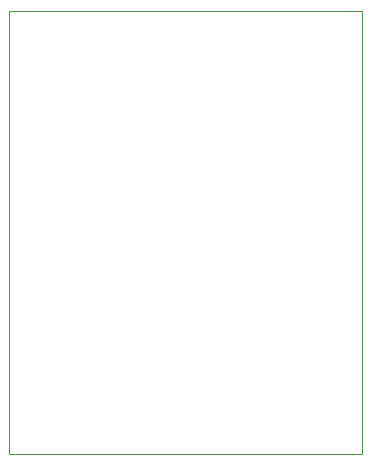
<source format=gm1>
%TF.GenerationSoftware,KiCad,Pcbnew,(6.0.9)*%
%TF.CreationDate,2022-11-19T16:26:51-05:00*%
%TF.ProjectId,EFR32MG22_module,45465233-324d-4473-9232-5f6d6f64756c,rev?*%
%TF.SameCoordinates,Original*%
%TF.FileFunction,Profile,NP*%
%FSLAX46Y46*%
G04 Gerber Fmt 4.6, Leading zero omitted, Abs format (unit mm)*
G04 Created by KiCad (PCBNEW (6.0.9)) date 2022-11-19 16:26:51*
%MOMM*%
%LPD*%
G01*
G04 APERTURE LIST*
%TA.AperFunction,Profile*%
%ADD10C,0.050000*%
%TD*%
G04 APERTURE END LIST*
D10*
X215000000Y-80000000D02*
X244900000Y-80000000D01*
X244900000Y-80000000D02*
X244900000Y-117500000D01*
X244900000Y-117500000D02*
X215000000Y-117500000D01*
X215000000Y-117500000D02*
X215000000Y-80000000D01*
M02*

</source>
